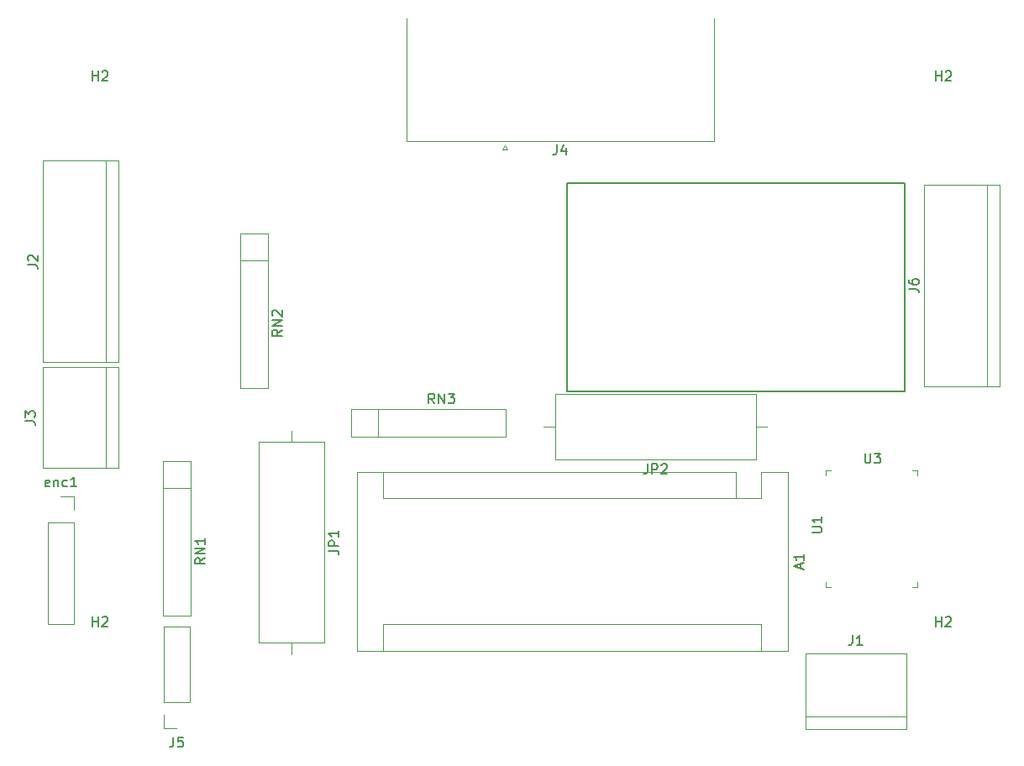
<source format=gbr>
G04 #@! TF.GenerationSoftware,KiCad,Pcbnew,(5.0.1)-3*
G04 #@! TF.CreationDate,2018-11-29T18:52:30+01:00*
G04 #@! TF.ProjectId,Board,426F6172642E6B696361645F70636200,rev?*
G04 #@! TF.SameCoordinates,Original*
G04 #@! TF.FileFunction,Legend,Top*
G04 #@! TF.FilePolarity,Positive*
%FSLAX46Y46*%
G04 Gerber Fmt 4.6, Leading zero omitted, Abs format (unit mm)*
G04 Created by KiCad (PCBNEW (5.0.1)-3) date 11/29/18 18:52:30*
%MOMM*%
%LPD*%
G01*
G04 APERTURE LIST*
%ADD10C,0.120000*%
%ADD11C,0.150000*%
%ADD12C,0.100000*%
G04 APERTURE END LIST*
D10*
G04 #@! TO.C,JP1*
X104686590Y-95243878D02*
X104686590Y-94103878D01*
X104686590Y-72723878D02*
X104686590Y-73863878D01*
X108006590Y-94103878D02*
X108006590Y-73863878D01*
X101366590Y-94103878D02*
X108006590Y-94103878D01*
X101366590Y-73863878D02*
X101366590Y-94103878D01*
X108006590Y-73863878D02*
X101366590Y-73863878D01*
G04 #@! TO.C,JP2*
X151509590Y-75619878D02*
X151509590Y-68979878D01*
X151509590Y-68979878D02*
X131269590Y-68979878D01*
X131269590Y-68979878D02*
X131269590Y-75619878D01*
X131269590Y-75619878D02*
X151509590Y-75619878D01*
X152649590Y-72299878D02*
X151509590Y-72299878D01*
X130129590Y-72299878D02*
X131269590Y-72299878D01*
G04 #@! TO.C,J1*
X166662590Y-101509878D02*
X156502590Y-101509878D01*
X166662590Y-102779878D02*
X166662590Y-95159878D01*
X166662590Y-95159878D02*
X156502590Y-95159878D01*
X156502590Y-95159878D02*
X156502590Y-102779878D01*
X156502590Y-102779878D02*
X166662590Y-102779878D01*
G04 #@! TO.C,J3*
X86017590Y-66330878D02*
X86017590Y-76490878D01*
X87287590Y-66330878D02*
X79667590Y-66330878D01*
X79667590Y-66330878D02*
X79667590Y-76490878D01*
X79667590Y-76490878D02*
X87287590Y-76490878D01*
X87287590Y-76490878D02*
X87287590Y-66330878D01*
G04 #@! TO.C,enc1*
X80115590Y-81951878D02*
X82775590Y-81951878D01*
X80115590Y-81951878D02*
X80115590Y-92171878D01*
X80115590Y-92171878D02*
X82775590Y-92171878D01*
X82775590Y-81951878D02*
X82775590Y-92171878D01*
X82775590Y-79351878D02*
X82775590Y-80681878D01*
X81445590Y-79351878D02*
X82775590Y-79351878D01*
G04 #@! TO.C,J5*
X94459590Y-100112878D02*
X91799590Y-100112878D01*
X94459590Y-100112878D02*
X94459590Y-92432878D01*
X94459590Y-92432878D02*
X91799590Y-92432878D01*
X91799590Y-100112878D02*
X91799590Y-92432878D01*
X91799590Y-102712878D02*
X91799590Y-101382878D01*
X93129590Y-102712878D02*
X91799590Y-102712878D01*
D11*
G04 #@! TO.C,U3*
X166497000Y-68783200D02*
X132497000Y-68783200D01*
X132497000Y-68783200D02*
X132497000Y-47783200D01*
X132497000Y-47783200D02*
X166497000Y-47783200D01*
X166497000Y-47783200D02*
X166497000Y-68783200D01*
D10*
G04 #@! TO.C,A1*
X149517590Y-79538878D02*
X152057590Y-79538878D01*
X152057590Y-79538878D02*
X152057590Y-76868878D01*
X149517590Y-76868878D02*
X111287590Y-76868878D01*
X154727590Y-76868878D02*
X152057590Y-76868878D01*
X152057590Y-92238878D02*
X152057590Y-94908878D01*
X152057590Y-92238878D02*
X113957590Y-92238878D01*
X113957590Y-92238878D02*
X113957590Y-94908878D01*
X149517590Y-79538878D02*
X149517590Y-76868878D01*
X149517590Y-79538878D02*
X113957590Y-79538878D01*
X113957590Y-79538878D02*
X113957590Y-76868878D01*
X111287590Y-76868878D02*
X111287590Y-94908878D01*
X111287590Y-94908878D02*
X154727590Y-94908878D01*
X154727590Y-94908878D02*
X154727590Y-76868878D01*
D12*
G04 #@! TO.C,U1*
X167770590Y-88476878D02*
X167270590Y-88476878D01*
X167770590Y-88476878D02*
X167770590Y-87976878D01*
X167770590Y-76726878D02*
X167770590Y-77226878D01*
X167770590Y-76726878D02*
X167270590Y-76726878D01*
X158570590Y-88476878D02*
X159070590Y-88476878D01*
X158570590Y-88476878D02*
X158570590Y-87976878D01*
X158520590Y-76726878D02*
X158520590Y-77226878D01*
X158520590Y-76726878D02*
X159020590Y-76726878D01*
D10*
G04 #@! TO.C,J2*
X87287590Y-65822878D02*
X87287590Y-45502878D01*
X79667590Y-65822878D02*
X79667590Y-45502878D01*
X86017590Y-45502878D02*
X86017590Y-65822878D01*
X87287590Y-45502878D02*
X79667590Y-45502878D01*
X79667590Y-65822878D02*
X87287590Y-65822878D01*
G04 #@! TO.C,J6*
X168440590Y-68235878D02*
X176060590Y-68235878D01*
X176060590Y-47915878D02*
X168440590Y-47915878D01*
X174790590Y-47915878D02*
X174790590Y-68235878D01*
X168440590Y-68235878D02*
X168440590Y-47915878D01*
X176060590Y-68235878D02*
X176060590Y-47915878D01*
G04 #@! TO.C,J4*
X147263000Y-31176000D02*
X147263000Y-43516000D01*
X147263000Y-43516000D02*
X116293000Y-43516000D01*
X116293000Y-43516000D02*
X116293000Y-31176000D01*
X126488000Y-44410338D02*
X125988000Y-44410338D01*
X125988000Y-44410338D02*
X126238000Y-43977325D01*
X126238000Y-43977325D02*
X126488000Y-44410338D01*
G04 #@! TO.C,RN3*
X110739590Y-70518878D02*
X110739590Y-73318878D01*
X110739590Y-73318878D02*
X126319590Y-73318878D01*
X126319590Y-73318878D02*
X126319590Y-70518878D01*
X126319590Y-70518878D02*
X110739590Y-70518878D01*
X113449590Y-70518878D02*
X113449590Y-73318878D01*
G04 #@! TO.C,RN2*
X102288800Y-55524400D02*
X99488800Y-55524400D01*
X102288800Y-68394400D02*
X102288800Y-52814400D01*
X99488800Y-68394400D02*
X102288800Y-68394400D01*
X99488800Y-52814400D02*
X99488800Y-68394400D01*
X102288800Y-52814400D02*
X99488800Y-52814400D01*
G04 #@! TO.C,RN1*
X94529590Y-75812878D02*
X91729590Y-75812878D01*
X91729590Y-75812878D02*
X91729590Y-91392878D01*
X91729590Y-91392878D02*
X94529590Y-91392878D01*
X94529590Y-91392878D02*
X94529590Y-75812878D01*
X94529590Y-78522878D02*
X91729590Y-78522878D01*
G04 #@! TO.C,JP1*
D11*
X108458970Y-84817211D02*
X109173256Y-84817211D01*
X109316113Y-84864830D01*
X109411351Y-84960068D01*
X109458970Y-85102925D01*
X109458970Y-85198163D01*
X109458970Y-84341020D02*
X108458970Y-84341020D01*
X108458970Y-83960068D01*
X108506590Y-83864830D01*
X108554209Y-83817211D01*
X108649447Y-83769592D01*
X108792304Y-83769592D01*
X108887542Y-83817211D01*
X108935161Y-83864830D01*
X108982780Y-83960068D01*
X108982780Y-84341020D01*
X109458970Y-82817211D02*
X109458970Y-83388639D01*
X109458970Y-83102925D02*
X108458970Y-83102925D01*
X108601828Y-83198163D01*
X108697066Y-83293401D01*
X108744685Y-83388639D01*
G04 #@! TO.C,JP2*
X140556256Y-76072258D02*
X140556256Y-76786544D01*
X140508637Y-76929401D01*
X140413399Y-77024639D01*
X140270542Y-77072258D01*
X140175304Y-77072258D01*
X141032447Y-77072258D02*
X141032447Y-76072258D01*
X141413399Y-76072258D01*
X141508637Y-76119878D01*
X141556256Y-76167497D01*
X141603875Y-76262735D01*
X141603875Y-76405592D01*
X141556256Y-76500830D01*
X141508637Y-76548449D01*
X141413399Y-76596068D01*
X141032447Y-76596068D01*
X141984828Y-76167497D02*
X142032447Y-76119878D01*
X142127685Y-76072258D01*
X142365780Y-76072258D01*
X142461018Y-76119878D01*
X142508637Y-76167497D01*
X142556256Y-76262735D01*
X142556256Y-76357973D01*
X142508637Y-76500830D01*
X141937209Y-77072258D01*
X142556256Y-77072258D01*
G04 #@! TO.C,J1*
X161249256Y-93342258D02*
X161249256Y-94056544D01*
X161201637Y-94199401D01*
X161106399Y-94294639D01*
X160963542Y-94342258D01*
X160868304Y-94342258D01*
X162249256Y-94342258D02*
X161677828Y-94342258D01*
X161963542Y-94342258D02*
X161963542Y-93342258D01*
X161868304Y-93485116D01*
X161773066Y-93580354D01*
X161677828Y-93627973D01*
G04 #@! TO.C,H2*
X169620685Y-92456258D02*
X169620685Y-91456258D01*
X169620685Y-91932449D02*
X170192113Y-91932449D01*
X170192113Y-92456258D02*
X170192113Y-91456258D01*
X170620685Y-91551497D02*
X170668304Y-91503878D01*
X170763542Y-91456258D01*
X171001637Y-91456258D01*
X171096875Y-91503878D01*
X171144494Y-91551497D01*
X171192113Y-91646735D01*
X171192113Y-91741973D01*
X171144494Y-91884830D01*
X170573066Y-92456258D01*
X171192113Y-92456258D01*
X84620685Y-92456258D02*
X84620685Y-91456258D01*
X84620685Y-91932449D02*
X85192113Y-91932449D01*
X85192113Y-92456258D02*
X85192113Y-91456258D01*
X85620685Y-91551497D02*
X85668304Y-91503878D01*
X85763542Y-91456258D01*
X86001637Y-91456258D01*
X86096875Y-91503878D01*
X86144494Y-91551497D01*
X86192113Y-91646735D01*
X86192113Y-91741973D01*
X86144494Y-91884830D01*
X85573066Y-92456258D01*
X86192113Y-92456258D01*
X169620685Y-37456258D02*
X169620685Y-36456258D01*
X169620685Y-36932449D02*
X170192113Y-36932449D01*
X170192113Y-37456258D02*
X170192113Y-36456258D01*
X170620685Y-36551497D02*
X170668304Y-36503878D01*
X170763542Y-36456258D01*
X171001637Y-36456258D01*
X171096875Y-36503878D01*
X171144494Y-36551497D01*
X171192113Y-36646735D01*
X171192113Y-36741973D01*
X171144494Y-36884830D01*
X170573066Y-37456258D01*
X171192113Y-37456258D01*
G04 #@! TO.C,J3*
X77849970Y-71744211D02*
X78564256Y-71744211D01*
X78707113Y-71791830D01*
X78802351Y-71887068D01*
X78849970Y-72029925D01*
X78849970Y-72125163D01*
X77849970Y-71363258D02*
X77849970Y-70744211D01*
X78230923Y-71077544D01*
X78230923Y-70934687D01*
X78278542Y-70839449D01*
X78326161Y-70791830D01*
X78421399Y-70744211D01*
X78659494Y-70744211D01*
X78754732Y-70791830D01*
X78802351Y-70839449D01*
X78849970Y-70934687D01*
X78849970Y-71220401D01*
X78802351Y-71315639D01*
X78754732Y-71363258D01*
G04 #@! TO.C,enc1*
X80278923Y-78316639D02*
X80183685Y-78364258D01*
X79993209Y-78364258D01*
X79897970Y-78316639D01*
X79850351Y-78221401D01*
X79850351Y-77840449D01*
X79897970Y-77745211D01*
X79993209Y-77697592D01*
X80183685Y-77697592D01*
X80278923Y-77745211D01*
X80326542Y-77840449D01*
X80326542Y-77935687D01*
X79850351Y-78030925D01*
X80755113Y-77697592D02*
X80755113Y-78364258D01*
X80755113Y-77792830D02*
X80802732Y-77745211D01*
X80897970Y-77697592D01*
X81040828Y-77697592D01*
X81136066Y-77745211D01*
X81183685Y-77840449D01*
X81183685Y-78364258D01*
X82088447Y-78316639D02*
X81993209Y-78364258D01*
X81802732Y-78364258D01*
X81707494Y-78316639D01*
X81659875Y-78269020D01*
X81612256Y-78173782D01*
X81612256Y-77888068D01*
X81659875Y-77792830D01*
X81707494Y-77745211D01*
X81802732Y-77697592D01*
X81993209Y-77697592D01*
X82088447Y-77745211D01*
X83040828Y-78364258D02*
X82469399Y-78364258D01*
X82755113Y-78364258D02*
X82755113Y-77364258D01*
X82659875Y-77507116D01*
X82564637Y-77602354D01*
X82469399Y-77649973D01*
G04 #@! TO.C,J5*
X92796256Y-103605258D02*
X92796256Y-104319544D01*
X92748637Y-104462401D01*
X92653399Y-104557639D01*
X92510542Y-104605258D01*
X92415304Y-104605258D01*
X93748637Y-103605258D02*
X93272447Y-103605258D01*
X93224828Y-104081449D01*
X93272447Y-104033830D01*
X93367685Y-103986211D01*
X93605780Y-103986211D01*
X93701018Y-104033830D01*
X93748637Y-104081449D01*
X93796256Y-104176687D01*
X93796256Y-104414782D01*
X93748637Y-104510020D01*
X93701018Y-104557639D01*
X93605780Y-104605258D01*
X93367685Y-104605258D01*
X93272447Y-104557639D01*
X93224828Y-104510020D01*
G04 #@! TO.C,H2*
X84620685Y-37456258D02*
X84620685Y-36456258D01*
X84620685Y-36932449D02*
X85192113Y-36932449D01*
X85192113Y-37456258D02*
X85192113Y-36456258D01*
X85620685Y-36551497D02*
X85668304Y-36503878D01*
X85763542Y-36456258D01*
X86001637Y-36456258D01*
X86096875Y-36503878D01*
X86144494Y-36551497D01*
X86192113Y-36646735D01*
X86192113Y-36741973D01*
X86144494Y-36884830D01*
X85573066Y-37456258D01*
X86192113Y-37456258D01*
G04 #@! TO.C,U3*
X162485095Y-74985580D02*
X162485095Y-75795104D01*
X162532714Y-75890342D01*
X162580333Y-75937961D01*
X162675571Y-75985580D01*
X162866047Y-75985580D01*
X162961285Y-75937961D01*
X163008904Y-75890342D01*
X163056523Y-75795104D01*
X163056523Y-74985580D01*
X163437476Y-74985580D02*
X164056523Y-74985580D01*
X163723190Y-75366533D01*
X163866047Y-75366533D01*
X163961285Y-75414152D01*
X164008904Y-75461771D01*
X164056523Y-75557009D01*
X164056523Y-75795104D01*
X164008904Y-75890342D01*
X163961285Y-75937961D01*
X163866047Y-75985580D01*
X163580333Y-75985580D01*
X163485095Y-75937961D01*
X163437476Y-75890342D01*
G04 #@! TO.C,A1*
X156034256Y-86603163D02*
X156034256Y-86126973D01*
X156319970Y-86698401D02*
X155319970Y-86365068D01*
X156319970Y-86031735D01*
X156319970Y-85174592D02*
X156319970Y-85746020D01*
X156319970Y-85460306D02*
X155319970Y-85460306D01*
X155462828Y-85555544D01*
X155558066Y-85650782D01*
X155605685Y-85746020D01*
G04 #@! TO.C,U1*
X157152970Y-82978782D02*
X157962494Y-82978782D01*
X158057732Y-82931163D01*
X158105351Y-82883544D01*
X158152970Y-82788306D01*
X158152970Y-82597830D01*
X158105351Y-82502592D01*
X158057732Y-82454973D01*
X157962494Y-82407354D01*
X157152970Y-82407354D01*
X158152970Y-81407354D02*
X158152970Y-81978782D01*
X158152970Y-81693068D02*
X157152970Y-81693068D01*
X157295828Y-81788306D01*
X157391066Y-81883544D01*
X157438685Y-81978782D01*
G04 #@! TO.C,J2*
X78129970Y-56016211D02*
X78844256Y-56016211D01*
X78987113Y-56063830D01*
X79082351Y-56159068D01*
X79129970Y-56301925D01*
X79129970Y-56397163D01*
X78225209Y-55587639D02*
X78177590Y-55540020D01*
X78129970Y-55444782D01*
X78129970Y-55206687D01*
X78177590Y-55111449D01*
X78225209Y-55063830D01*
X78320447Y-55016211D01*
X78415685Y-55016211D01*
X78558542Y-55063830D01*
X79129970Y-55635258D01*
X79129970Y-55016211D01*
G04 #@! TO.C,J6*
X166902970Y-58429211D02*
X167617256Y-58429211D01*
X167760113Y-58476830D01*
X167855351Y-58572068D01*
X167902970Y-58714925D01*
X167902970Y-58810163D01*
X166902970Y-57524449D02*
X166902970Y-57714925D01*
X166950590Y-57810163D01*
X166998209Y-57857782D01*
X167141066Y-57953020D01*
X167331542Y-58000639D01*
X167712494Y-58000639D01*
X167807732Y-57953020D01*
X167855351Y-57905401D01*
X167902970Y-57810163D01*
X167902970Y-57619687D01*
X167855351Y-57524449D01*
X167807732Y-57476830D01*
X167712494Y-57429211D01*
X167474399Y-57429211D01*
X167379161Y-57476830D01*
X167331542Y-57524449D01*
X167283923Y-57619687D01*
X167283923Y-57810163D01*
X167331542Y-57905401D01*
X167379161Y-57953020D01*
X167474399Y-58000639D01*
G04 #@! TO.C,J4*
X131444666Y-43908380D02*
X131444666Y-44622666D01*
X131397047Y-44765523D01*
X131301809Y-44860761D01*
X131158952Y-44908380D01*
X131063714Y-44908380D01*
X132349428Y-44241714D02*
X132349428Y-44908380D01*
X132111333Y-43860761D02*
X131873238Y-44575047D01*
X132492285Y-44575047D01*
G04 #@! TO.C,RN3*
X119109113Y-69971258D02*
X118775780Y-69495068D01*
X118537685Y-69971258D02*
X118537685Y-68971258D01*
X118918637Y-68971258D01*
X119013875Y-69018878D01*
X119061494Y-69066497D01*
X119109113Y-69161735D01*
X119109113Y-69304592D01*
X119061494Y-69399830D01*
X119013875Y-69447449D01*
X118918637Y-69495068D01*
X118537685Y-69495068D01*
X119537685Y-69971258D02*
X119537685Y-68971258D01*
X120109113Y-69971258D01*
X120109113Y-68971258D01*
X120490066Y-68971258D02*
X121109113Y-68971258D01*
X120775780Y-69352211D01*
X120918637Y-69352211D01*
X121013875Y-69399830D01*
X121061494Y-69447449D01*
X121109113Y-69542687D01*
X121109113Y-69780782D01*
X121061494Y-69876020D01*
X121013875Y-69923639D01*
X120918637Y-69971258D01*
X120632923Y-69971258D01*
X120537685Y-69923639D01*
X120490066Y-69876020D01*
G04 #@! TO.C,RN2*
X103741180Y-62564876D02*
X103264990Y-62898209D01*
X103741180Y-63136304D02*
X102741180Y-63136304D01*
X102741180Y-62755352D01*
X102788800Y-62660114D01*
X102836419Y-62612495D01*
X102931657Y-62564876D01*
X103074514Y-62564876D01*
X103169752Y-62612495D01*
X103217371Y-62660114D01*
X103264990Y-62755352D01*
X103264990Y-63136304D01*
X103741180Y-62136304D02*
X102741180Y-62136304D01*
X103741180Y-61564876D01*
X102741180Y-61564876D01*
X102836419Y-61136304D02*
X102788800Y-61088685D01*
X102741180Y-60993447D01*
X102741180Y-60755352D01*
X102788800Y-60660114D01*
X102836419Y-60612495D01*
X102931657Y-60564876D01*
X103026895Y-60564876D01*
X103169752Y-60612495D01*
X103741180Y-61183923D01*
X103741180Y-60564876D01*
G04 #@! TO.C,RN1*
X95981970Y-85563354D02*
X95505780Y-85896687D01*
X95981970Y-86134782D02*
X94981970Y-86134782D01*
X94981970Y-85753830D01*
X95029590Y-85658592D01*
X95077209Y-85610973D01*
X95172447Y-85563354D01*
X95315304Y-85563354D01*
X95410542Y-85610973D01*
X95458161Y-85658592D01*
X95505780Y-85753830D01*
X95505780Y-86134782D01*
X95981970Y-85134782D02*
X94981970Y-85134782D01*
X95981970Y-84563354D01*
X94981970Y-84563354D01*
X95981970Y-83563354D02*
X95981970Y-84134782D01*
X95981970Y-83849068D02*
X94981970Y-83849068D01*
X95124828Y-83944306D01*
X95220066Y-84039544D01*
X95267685Y-84134782D01*
G04 #@! TD*
M02*

</source>
